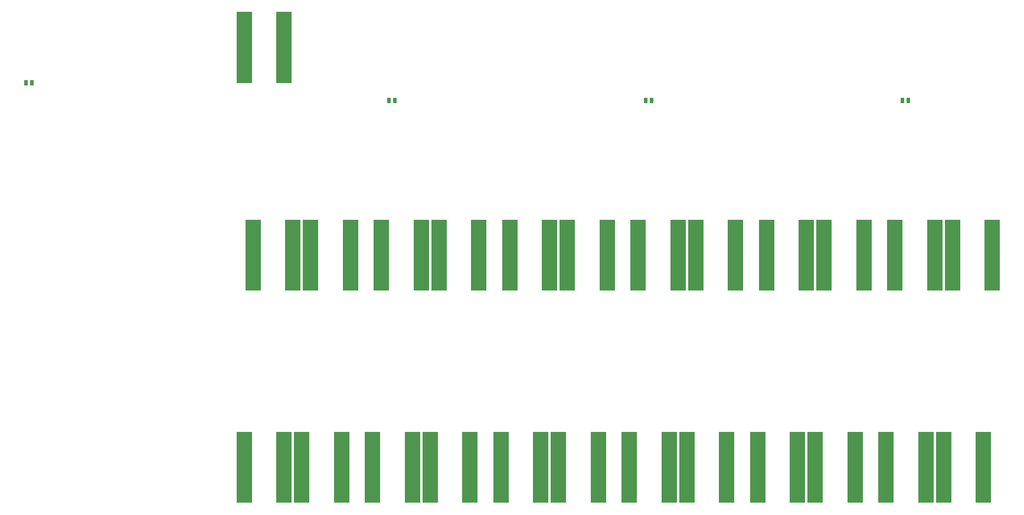
<source format=gbr>
G04 start of page 11 for group -4014 idx -4014 *
G04 Title: (unknown), bottompaste *
G04 Creator: pcb 1.99z *
G04 CreationDate: Mon Aug 31 21:07:20 2015 UTC *
G04 For: commonadmin *
G04 Format: Gerber/RS-274X *
G04 PCB-Dimensions (mil): 5600.00 4300.00 *
G04 PCB-Coordinate-Origin: lower left *
%MOIN*%
%FSLAX25Y25*%
%LNBOTTOMPASTE*%
%ADD91R,0.0197X0.0197*%
%ADD90R,0.0866X0.0866*%
G54D90*X162500Y170748D02*Y139252D01*
X184941Y170748D02*Y139252D01*
X130000Y170748D02*Y139252D01*
X152441Y170748D02*Y139252D01*
X202500Y170748D02*Y139252D01*
X224941Y170748D02*Y139252D01*
X235000Y170748D02*Y139252D01*
X257441Y170748D02*Y139252D01*
X347500Y170748D02*Y139252D01*
X369941Y170748D02*Y139252D01*
X380000Y170748D02*Y139252D01*
X402441Y170748D02*Y139252D01*
X420000Y170748D02*Y139252D01*
X442441Y170748D02*Y139252D01*
X452500Y170748D02*Y139252D01*
X474941Y170748D02*Y139252D01*
X492500Y170748D02*Y139252D01*
X514941Y170748D02*Y139252D01*
X525000Y170748D02*Y139252D01*
X547441Y170748D02*Y139252D01*
X275000Y170748D02*Y139252D01*
X297441Y170748D02*Y139252D01*
X307500Y170748D02*Y139252D01*
X329941Y170748D02*Y139252D01*
X190000Y290748D02*Y259252D01*
X167559Y290748D02*Y259252D01*
X157500Y290748D02*Y259252D01*
X135059Y290748D02*Y259252D01*
X262500Y290748D02*Y259252D01*
X240059Y290748D02*Y259252D01*
X230000Y290748D02*Y259252D01*
X207559Y290748D02*Y259252D01*
X335000Y290748D02*Y259252D01*
X312559Y290748D02*Y259252D01*
X302500Y290748D02*Y259252D01*
X280059Y290748D02*Y259252D01*
X407500Y290748D02*Y259252D01*
X385059Y290748D02*Y259252D01*
X375000Y290748D02*Y259252D01*
X352559Y290748D02*Y259252D01*
X480000Y290748D02*Y259252D01*
X457559Y290748D02*Y259252D01*
X447500Y290748D02*Y259252D01*
X425059Y290748D02*Y259252D01*
X552500Y290748D02*Y259252D01*
X530059Y290748D02*Y259252D01*
X520000Y290748D02*Y259252D01*
X497559Y290748D02*Y259252D01*
G54D91*X215000Y362893D02*Y362107D01*
X211852Y362893D02*Y362107D01*
X360000Y362893D02*Y362107D01*
X356852Y362893D02*Y362107D01*
X505000Y362893D02*Y362107D01*
X501852Y362893D02*Y362107D01*
G54D90*X130000Y408248D02*Y376752D01*
X152441Y408248D02*Y376752D01*
G54D91*X6852Y372893D02*Y372107D01*
X10000Y372893D02*Y372107D01*
M02*

</source>
